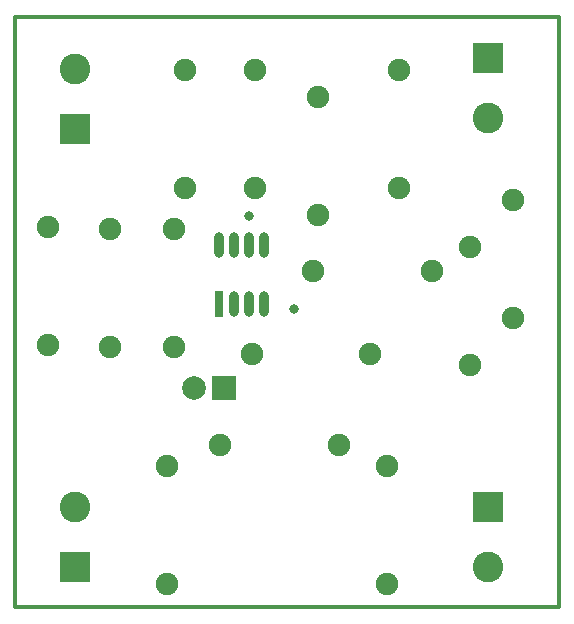
<source format=gts>
G04 Layer_Color=8388736*
%FSLAX44Y44*%
%MOMM*%
G71*
G01*
G75*
%ADD14C,0.3000*%
%ADD27R,0.8032X2.2032*%
%ADD28O,0.8032X2.2032*%
%ADD29C,1.9032*%
%ADD30R,2.6032X2.6032*%
%ADD31C,2.6032*%
%ADD32C,2.0032*%
%ADD33R,2.0032X2.0032*%
%ADD34C,0.8032*%
D14*
X0Y0D02*
Y500000D01*
X460000D01*
Y0D02*
Y500000D01*
X0Y0D02*
X460000D01*
D27*
X172720Y256940D02*
D03*
D28*
X185420D02*
D03*
X198120D02*
D03*
X210820D02*
D03*
X172720Y306940D02*
D03*
X185420D02*
D03*
X198120D02*
D03*
X210820D02*
D03*
D29*
X203200Y455130D02*
D03*
Y355130D02*
D03*
X352260Y284480D02*
D03*
X252260D02*
D03*
X421640Y244640D02*
D03*
Y344640D02*
D03*
X27940Y221780D02*
D03*
Y321780D02*
D03*
X325120Y455130D02*
D03*
Y355130D02*
D03*
X256540Y432270D02*
D03*
Y332270D02*
D03*
X143510Y355130D02*
D03*
Y455130D02*
D03*
X80010Y220510D02*
D03*
Y320510D02*
D03*
X384810Y305270D02*
D03*
Y205270D02*
D03*
X273520Y137160D02*
D03*
X173520D02*
D03*
X134620Y320510D02*
D03*
Y220510D02*
D03*
X300190Y214630D02*
D03*
X200190D02*
D03*
X314960Y120000D02*
D03*
Y20000D02*
D03*
X128270Y120000D02*
D03*
Y20000D02*
D03*
D30*
X50000Y404600D02*
D03*
X400000Y465400D02*
D03*
Y85400D02*
D03*
X50000Y34600D02*
D03*
D31*
Y455400D02*
D03*
X400000Y414600D02*
D03*
Y34600D02*
D03*
X50000Y85400D02*
D03*
D32*
X151130Y185420D02*
D03*
D33*
X176530D02*
D03*
D34*
X236220Y252730D02*
D03*
X198120Y331320D02*
D03*
M02*

</source>
